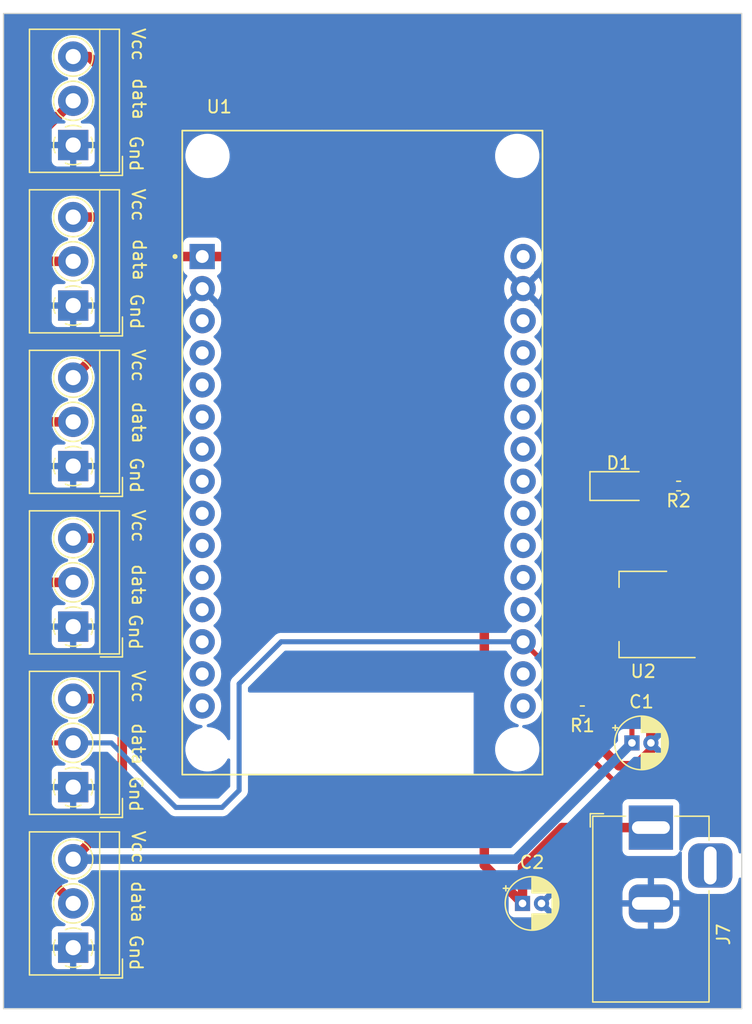
<source format=kicad_pcb>
(kicad_pcb (version 20221018) (generator pcbnew)
  (layers (0 "F.Cu" signal) (31 "B.Cu" signal) (34 "B.Paste" user) (35 "F.Paste" user) (36 "B.SilkS" user "B.Silkscreen") (37 "F.SilkS" user "F.Silkscreen") (38 "B.Mask" user) (39 "F.Mask" user) (44 "Edge.Cuts" user))
  (net 0 "")
  (net 1 "+3.3V")
  (net 2 "GNDREF")
  (net 3 "Net-(U2-VI)")
  (net 4 "Net-(D1-A)")
  (net 5 "Net-(J1-Pin_2)")
  (footprint "TerminalBlock_4Ucon:TerminalBlock_4Ucon_1x03_P3.50mm_Horizontal" (layer "F.Cu") (at 111.76 97.48 90)
    (fp_text reference "J4" hide)
    (fp_text value "Screw_Terminal_01x03" hide)
    (fp_line (start -2.4 2.16) (end -2.4 3.9) (stroke (width 0.12)) (layer "F.SilkS"))
    (fp_line (start -2.4 3.9) (end -0.9 3.9) (stroke (width 0.12)) (layer "F.SilkS"))
    (fp_line (start -2.16 -3.46) (end -2.16 3.66) (stroke (width 0.12)) (layer "F.SilkS"))
    (fp_line (start -2.16 -3.46) (end 9.16 -3.46) (stroke (width 0.12)) (layer "F.SilkS"))
    (fp_line (start -2.16 2.1) (end 9.16 2.1) (stroke (width 0.12)) (layer "F.SilkS"))
    (fp_line (start -2.16 3.66) (end 9.16 3.66) (stroke (width 0.12)) (layer "F.SilkS"))
    (fp_line (start 9.16 -3.46) (end 9.16 3.66) (stroke (width 0.12)) (layer "F.SilkS"))
    (fp_arc (start -1.432109 0.607742) (mid -1.555727 -0.00014) (end -1.432 -0.608) (stroke (width 0.12)) (layer "F.SilkS"))
    (fp_arc (start -0.607742 -1.432109) (mid 0.00014 -1.555727) (end 0.608 -1.432) (stroke (width 0.12)) (layer "F.SilkS"))
    (fp_arc (start 0.027011 1.555493) (mid -0.296984 1.527118) (end -0.608 1.432) (stroke (width 0.12)) (layer "F.SilkS"))
    (fp_arc (start 0.607587 1.431385) (mid 0.310017 1.523783) (end 0 1.555) (stroke (width 0.12)) (layer "F.SilkS"))
    (fp_arc (start 1.432109 -0.607742) (mid 1.555727 0.00014) (end 1.432 0.608) (stroke (width 0.12)) (layer "F.SilkS"))
    (fp_circle (center 3.5 0) (end 5.055 0) (stroke (width 0.12)) (fill none) (layer "F.SilkS"))
    (fp_circle (center 7 0) (end 8.555 0) (stroke (width 0.12)) (fill none) (layer "F.SilkS"))
    (pad "1" thru_hole rect (at 0 0 90) (size 2.4 2.4) (drill 1.2) (layers "*.Cu" "*.Mask") (net 2 "GNDREF"))
    (pad "2" thru_hole circle (at 3.5 0 90) (size 2.4 2.4) (drill 1.2) (layers "*.Cu" "*.Mask") (net 5 "Net-(J1-Pin_2)"))
    (pad "3" thru_hole circle (at 7 0 90) (size 2.4 2.4) (drill 1.2) (layers "*.Cu" "*.Mask") (net 1 "+3.3V"))
  )
  (footprint "Connector_BarrelJack:BarrelJack_Horizontal" (layer "F.Cu") (at 157.48 113.38 90)
    (fp_text reference "J7" (at -8.45 5.75 90) (layer "F.SilkS"))
    (fp_text value "Barrel_Jack_MountingPin")
    (fp_line (start -13.8 -4.6) (end 0.9 -4.6) (stroke (width 0.12)) (layer "F.SilkS"))
    (fp_line (start -13.8 4.6) (end -13.8 -4.6) (stroke (width 0.12)) (layer "F.SilkS"))
    (fp_line (start -5 4.6) (end -13.8 4.6) (stroke (width 0.12)) (layer "F.SilkS"))
    (fp_line (start 0.05 -4.8) (end 1.1 -4.8) (stroke (width 0.12)) (layer "F.SilkS"))
    (fp_line (start 0.9 -4.6) (end 0.9 -2) (stroke (width 0.12)) (layer "F.SilkS"))
    (fp_line (start 0.9 1.9) (end 0.9 4.6) (stroke (width 0.12)) (layer "F.SilkS"))
    (fp_line (start 0.9 4.6) (end -1 4.6) (stroke (width 0.12)) (layer "F.SilkS"))
    (fp_line (start 1.1 -3.75) (end 1.1 -4.8) (stroke (width 0.12)) (layer "F.SilkS"))
    (pad "1" thru_hole rect (at 0 0 90) (size 3.5 3.5) (drill oval 1 3) (layers "*.Cu" "*.Mask") (net 3 "Net-(U2-VI)"))
    (pad "2" thru_hole roundrect (at -6 0 90) (size 3 3.5) (drill oval 1 3) (layers "*.Cu" "*.Mask") (net 2 "GNDREF"))
    (pad "3" thru_hole roundrect (at -3 4.7 90) (size 3.5 3.5) (drill oval 3 1) (layers "*.Cu" "*.Mask"))
  )
  (footprint "Capacitor_THT:CP_Radial_D4.0mm_P1.50mm" (layer "F.Cu") (at 155.98 106.68)
    (fp_text reference "C1" (at 0.75 -3.25) (layer "F.SilkS"))
    (fp_text value "100u")
    (fp_line (start -1.519801 -1.195) (end -1.119801 -1.195) (stroke (width 0.12)) (layer "F.SilkS"))
    (fp_line (start -1.319801 -1.395) (end -1.319801 -0.995) (stroke (width 0.12)) (layer "F.SilkS"))
    (fp_line (start 0.75 -2.08) (end 0.75 -0.84) (stroke (width 0.12)) (layer "F.SilkS"))
    (fp_line (start 0.75 0.84) (end 0.75 2.08) (stroke (width 0.12)) (layer "F.SilkS"))
    (fp_line (start 0.79 -2.08) (end 0.79 -0.84) (stroke (width 0.12)) (layer "F.SilkS"))
    (fp_line (start 0.79 0.84) (end 0.79 2.08) (stroke (width 0.12)) (layer "F.SilkS"))
    (fp_line (start 0.83 -2.079) (end 0.83 -0.84) (stroke (width 0.12)) (layer "F.SilkS"))
    (fp_line (start 0.83 0.84) (end 0.83 2.079) (stroke (width 0.12)) (layer "F.SilkS"))
    (fp_line (start 0.87 -2.077) (end 0.87 -0.84) (stroke (width 0.12)) (layer "F.SilkS"))
    (fp_line (start 0.87 0.84) (end 0.87 2.077) (stroke (width 0.12)) (layer "F.SilkS"))
    (fp_line (start 0.91 -2.074) (end 0.91 -0.84) (stroke (width 0.12)) (layer "F.SilkS"))
    (fp_line (start 0.91 0.84) (end 0.91 2.074) (stroke (width 0.12)) (layer "F.SilkS"))
    (fp_line (start 0.95 -2.071) (end 0.95 -0.84) (stroke (width 0.12)) (layer "F.SilkS"))
    (fp_line (start 0.95 0.84) (end 0.95 2.071) (stroke (width 0.12)) (layer "F.SilkS"))
    (fp_line (start 0.99 -2.067) (end 0.99 -0.84) (stroke (width 0.12)) (layer "F.SilkS"))
    (fp_line (start 0.99 0.84) (end 0.99 2.067) (stroke (width 0.12)) (layer "F.SilkS"))
    (fp_line (start 1.03 -2.062) (end 1.03 -0.84) (stroke (width 0.12)) (layer "F.SilkS"))
    (fp_line (start 1.03 0.84) (end 1.03 2.062) (stroke (width 0.12)) (layer "F.SilkS"))
    (fp_line (start 1.07 -2.056) (end 1.07 -0.84) (stroke (width 0.12)) (layer "F.SilkS"))
    (fp_line (start 1.07 0.84) (end 1.07 2.056) (stroke (width 0.12)) (layer "F.SilkS"))
    (fp_line (start 1.11 -2.05) (end 1.11 -0.84) (stroke (width 0.12)) (layer "F.SilkS"))
    (fp_line (start 1.11 0.84) (end 1.11 2.05) (stroke (width 0.12)) (layer "F.SilkS"))
    (fp_line (start 1.15 -2.042) (end 1.15 -0.84) (stroke (width 0.12)) (layer "F.SilkS"))
    (fp_line (start 1.15 0.84) (end 1.15 2.042) (stroke (width 0.12)) (layer "F.SilkS"))
    (fp_line (start 1.19 -2.034) (end 1.19 -0.84) (stroke (width 0.12)) (layer "F.SilkS"))
    (fp_line (start 1.19 0.84) (end 1.19 2.034) (stroke (width 0.12)) (layer "F.SilkS"))
    (fp_line (start 1.23 -2.025) (end 1.23 -0.84) (stroke (width 0.12)) (layer "F.SilkS"))
    (fp_line (start 1.23 0.84) (end 1.23 2.025) (stroke (width 0.12)) (layer "F.SilkS"))
    (fp_line (start 1.27 -2.016) (end 1.27 -0.84) (stroke (width 0.12)) (layer "F.SilkS"))
    (fp_line (start 1.27 0.84) (end 1.27 2.016) (stroke (width 0.12)) (layer "F.SilkS"))
    (fp_line (start 1.31 -2.005) (end 1.31 -0.84) (stroke (width 0.12)) (layer "F.SilkS"))
    (fp_line (start 1.31 0.84) (end 1.31 2.005) (stroke (width 0.12)) (layer "F.SilkS"))
    (fp_line (start 1.35 -1.994) (end 1.35 -0.84) (stroke (width 0.12)) (layer "F.SilkS"))
    (fp_line (start 1.35 0.84) (end 1.35 1.994) (stroke (width 0.12)) (layer "F.SilkS"))
    (fp_line (start 1.39 -1.982) (end 1.39 -0.84) (stroke (width 0.12)) (layer "F.SilkS"))
    (fp_line (start 1.39 0.84) (end 1.39 1.982) (stroke (width 0.12)) (layer "F.SilkS"))
    (fp_line (start 1.43 -1.968) (end 1.43 -0.84) (stroke (width 0.12)) (layer "F.SilkS"))
    (fp_line (start 1.43 0.84) (end 1.43 1.968) (stroke (width 0.12)) (layer "F.SilkS"))
    (fp_line (start 1.471 -1.954) (end 1.471 -0.84) (stroke (width 0.12)) (layer "F.SilkS"))
    (fp_line (start 1.471 0.84) (end 1.471 1.954) (stroke (width 0.12)) (layer "F.SilkS"))
    (fp_line (start 1.511 -1.94) (end 1.511 -0.84) (stroke (width 0.12)) (layer "F.SilkS"))
    (fp_line (start 1.511 0.84) (end 1.511 1.94) (stroke (width 0.12)) (layer "F.SilkS"))
    (fp_line (start 1.551 -1.924) (end 1.551 -0.84) (stroke (width 0.12)) (layer "F.SilkS"))
    (fp_line (start 1.551 0.84) (end 1.551 1.924) (stroke (width 0.12)) (layer "F.SilkS"))
    (fp_line (start 1.591 -1.907) (end 1.591 -0.84) (stroke (width 0.12)) (layer "F.SilkS"))
    (fp_line (start 1.591 0.84) (end 1.591 1.907) (stroke (width 0.12)) (layer "F.SilkS"))
    (fp_line (start 1.631 -1.889) (end 1.631 -0.84) (stroke (width 0.12)) (layer "F.SilkS"))
    (fp_line (start 1.631 0.84) (end 1.631 1.889) (stroke (width 0.12)) (layer "F.SilkS"))
    (fp_line (start 1.671 -1.87) (end 1.671 -0.84) (stroke (width 0.12)) (layer "F.SilkS"))
    (fp_line (start 1.671 0.84) (end 1.671 1.87) (stroke (width 0.12)) (layer "F.SilkS"))
    (fp_line (start 1.711 -1.851) (end 1.711 -0.84) (stroke (width 0.12)) (layer "F.SilkS"))
    (fp_line (start 1.711 0.84) (end 1.711 1.851) (stroke (width 0.12)) (layer "F.SilkS"))
    (fp_line (start 1.751 -1.83) (end 1.751 -0.84) (stroke (width 0.12)) (layer "F.SilkS"))
    (fp_line (start 1.751 0.84) (end 1.751 1.83) (stroke (width 0.12)) (layer "F.SilkS"))
    (fp_line (start 1.791 -1.808) (end 1.791 -0.84) (stroke (width 0.12)) (layer "F.SilkS"))
    (fp_line (start 1.791 0.84) (end 1.791 1.808) (stroke (width 0.12)) (layer "F.SilkS"))
    (fp_line (start 1.831 -1.785) (end 1.831 -0.84) (stroke (width 0.12)) (layer "F.SilkS"))
    (fp_line (start 1.831 0.84) (end 1.831 1.785) (stroke (width 0.12)) (layer "F.SilkS"))
    (fp_line (start 1.871 -1.76) (end 1.871 -0.84) (stroke (width 0.12)) (layer "F.SilkS"))
    (fp_line (start 1.871 0.84) (end 1.871 1.76) (stroke (width 0.12)) (layer "F.SilkS"))
    (fp_line (start 1.911 -1.735) (end 1.911 -0.84) (stroke (width 0.12)) (layer "F.SilkS"))
    (fp_line (start 1.911 0.84) (end 1.911 1.735) (stroke (width 0.12)) (layer "F.SilkS"))
    (fp_line (start 1.951 -1.708) (end 1.951 -0.84) (stroke (width 0.12)) (layer "F.SilkS"))
    (fp_line (start 1.951 0.84) (end 1.951 1.708) (stroke (width 0.12)) (layer "F.SilkS"))
    (fp_line (start 1.991 -1.68) (end 1.991 -0.84) (stroke (width 0.12)) (layer "F.SilkS"))
    (fp_line (start 1.991 0.84) (end 1.991 1.68) (stroke (width 0.12)) (layer "F.SilkS"))
    (fp_line (start 2.031 -1.65) (end 2.031 -0.84) (stroke (width 0.12)) (layer "F.SilkS"))
    (fp_line (start 2.031 0.84) (end 2.031 1.65) (stroke (width 0.12)) (layer "F.SilkS"))
    (fp_line (start 2.071 -1.619) (end 2.071 -0.84) (stroke (width 0.12)) (layer "F.SilkS"))
    (fp_line (start 2.071 0.84) (end 2.071 1.619) (stroke (width 0.12)) (layer "F.SilkS"))
    (fp_line (start 2.111 -1.587) (end 2.111 -0.84) (stroke (width 0.12)) (layer "F.SilkS"))
    (fp_line (start 2.111 0.84) (end 2.111 1.587) (stroke (width 0.12)) (layer "F.SilkS"))
    (fp_line (start 2.151 -1.552) (end 2.151 -0.84) (stroke (width 0.12)) (layer "F.SilkS"))
    (fp_line (start 2.151 0.84) (end 2.151 1.552) (stroke (width 0.12)) (layer "F.SilkS"))
    (fp_line (start 2.191 -1.516) (end 2.191 -0.84) (stroke (width 0.12)) (layer "F.SilkS"))
    (fp_line (start 2.191 0.84) (end 2.191 1.516) (stroke (width 0.12)) (layer "F.SilkS"))
    (fp_line (start 2.231 -1.478) (end 2.231 -0.84) (stroke (width 0.12)) (layer "F.SilkS"))
    (fp_line (start 2.231 0.84) (end 2.231 1.478) (stroke (width 0.12)) (layer "F.SilkS"))
    (fp_line (start 2.271 -1.438) (end 2.271 -0.84) (stroke (width 0.12)) (layer "F.SilkS"))
    (fp_line (start 2.271 0.84) (end 2.271 1.438) (stroke (width 0.12)) (layer "F.SilkS"))
    (fp_line (start 2.311 -1.396) (end 2.311 -0.84) (stroke (width 0.12)) (layer "F.SilkS"))
    (fp_line (start 2.311 0.84) (end 2.311 1.396) (stroke (width 0.12)) (layer "F.SilkS"))
    (fp_line (start 2.351 -1.351) (end 2.351 1.351) (stroke (width 0.12)) (layer "F.SilkS"))
    (fp_line (start 2.391 -1.304) (end 2.391 1.304) (stroke (width 0.12)) (layer "F.SilkS"))
    (fp_line (start 2.431 -1.254) (end 2.431 1.254) (stroke (width 0.12)) (layer "F.SilkS"))
    (fp_line (start 2.471 -1.2) (end 2.471 1.2) (stroke (width 0.12)) (layer "F.SilkS"))
    (fp_line (start 2.511 -1.142) (end 2.511 1.142) (stroke (width 0.12)) (layer "F.SilkS"))
    (fp_line (start 2.551 -1.08) (end 2.551 1.08) (stroke (width 0.12)) (layer "F.SilkS"))
    (fp_line (start 2.591 -1.013) (end 2.591 1.013) (stroke (width 0.12)) (layer "F.SilkS"))
    (fp_line (start 2.631 -0.94) (end 2.631 0.94) (stroke (width 0.12)) (layer "F.SilkS"))
    (fp_line (start 2.671 -0.859) (end 2.671 0.859) (stroke (width 0.12)) (layer "F.SilkS"))
    (fp_line (start 2.711 -0.768) (end 2.711 0.768) (stroke (width 0.12)) (layer "F.SilkS"))
    (fp_line (start 2.751 -0.664) (end 2.751 0.664) (stroke (width 0.12)) (layer "F.SilkS"))
    (fp_line (start 2.791 -0.537) (end 2.791 0.537) (stroke (width 0.12)) (layer "F.SilkS"))
    (fp_line (start 2.831 -0.37) (end 2.831 0.37) (stroke (width 0.12)) (layer "F.SilkS"))
    (fp_circle (center 0.75 0) (end 2.87 0) (stroke (width 0.12)) (fill none) (layer "F.SilkS"))
    (pad "1" thru_hole rect (at 0 0) (size 1.2 1.2) (drill 0.6) (layers "*.Cu" "*.Mask") (net 1 "+3.3V"))
    (pad "2" thru_hole circle (at 1.5 0) (size 1.2 1.2) (drill 0.6) (layers "*.Cu" "*.Mask") (net 2 "GNDREF"))
  )
  (footprint "TerminalBlock_4Ucon:TerminalBlock_4Ucon_1x03_P3.50mm_Horizontal" (layer "F.Cu") (at 111.76 122.88 90)
    (fp_text reference "J6" hide)
    (fp_text value "Screw_Terminal_01x03" hide)
    (fp_line (start -2.4 2.16) (end -2.4 3.9) (stroke (width 0.12)) (layer "F.SilkS"))
    (fp_line (start -2.4 3.9) (end -0.9 3.9) (stroke (width 0.12)) (layer "F.SilkS"))
    (fp_line (start -2.16 -3.46) (end -2.16 3.66) (stroke (width 0.12)) (layer "F.SilkS"))
    (fp_line (start -2.16 -3.46) (end 9.16 -3.46) (stroke (width 0.12)) (layer "F.SilkS"))
    (fp_line (start -2.16 2.1) (end 9.16 2.1) (stroke (width 0.12)) (layer "F.SilkS"))
    (fp_line (start -2.16 3.66) (end 9.16 3.66) (stroke (width 0.12)) (layer "F.SilkS"))
    (fp_line (start 9.16 -3.46) (end 9.16 3.66) (stroke (width 0.12)) (layer "F.SilkS"))
    (fp_arc (start -1.432109 0.607742) (mid -1.555727 -0.00014) (end -1.432 -0.608) (stroke (width 0.12)) (layer "F.SilkS"))
    (fp_arc (start -0.607742 -1.432109) (mid 0.00014 -1.555727) (end 0.608 -1.432) (stroke (width 0.12)) (layer "F.SilkS"))
    (fp_arc (start 0.027011 1.555493) (mid -0.296984 1.527118) (end -0.608 1.432) (stroke (width 0.12)) (layer "F.SilkS"))
    (fp_arc (start 0.607587 1.431385) (mid 0.310017 1.523783) (end 0 1.555) (stroke (width 0.12)) (layer "F.SilkS"))
    (fp_arc (start 1.432109 -0.607742) (mid 1.555727 0.00014) (end 1.432 0.608) (stroke (width 0.12)) (layer "F.SilkS"))
    (fp_circle (center 3.5 0) (end 5.055 0) (stroke (width 0.12)) (fill none) (layer "F.SilkS"))
    (fp_circle (center 7 0) (end 8.555 0) (stroke (width 0.12)) (fill none) (layer "F.SilkS"))
    (pad "1" thru_hole rect (at 0 0 90) (size 2.4 2.4) (drill 1.2) (layers "*.Cu" "*.Mask") (net 2 "GNDREF"))
    (pad "2" thru_hole circle (at 3.5 0 90) (size 2.4 2.4) (drill 1.2) (layers "*.Cu" "*.Mask") (net 5 "Net-(J1-Pin_2)"))
    (pad "3" thru_hole circle (at 7 0 90) (size 2.4 2.4) (drill 1.2) (layers "*.Cu" "*.Mask") (net 1 "+3.3V"))
  )
  (footprint "Resistor_SMD:R_0402_1005Metric" (layer "F.Cu") (at 159.675 86.36 180)
    (fp_text reference "R2" (at 0 -1.17 180) (layer "F.SilkS"))
    (fp_text value "1k")
    (fp_line (start -0.153641 -0.38) (end 0.153641 -0.38) (stroke (width 0.12)) (layer "F.SilkS"))
    (fp_line (start -0.153641 0.38) (end 0.153641 0.38) (stroke (width 0.12)) (layer "F.SilkS"))
    (pad "1" smd roundrect (at -0.51 0 180) (size 0.54 0.64) (layers "F.Cu" "F.Paste" "F.Mask") (net 1 "+3.3V"))
    (pad "2" smd roundrect (at 0.51 0 180) (size 0.54 0.64) (layers "F.Cu" "F.Paste" "F.Mask") (net 4 "Net-(D1-A)"))
  )
  (footprint "Capacitor_THT:CP_Radial_D4.0mm_P1.50mm" (layer "F.Cu") (at 147.32 119.38)
    (fp_text reference "C2" (at 0.75 -3.25) (layer "F.SilkS"))
    (fp_text value "100u")
    (fp_line (start -1.519801 -1.195) (end -1.119801 -1.195) (stroke (width 0.12)) (layer "F.SilkS"))
    (fp_line (start -1.319801 -1.395) (end -1.319801 -0.995) (stroke (width 0.12)) (layer "F.SilkS"))
    (fp_line (start 0.75 -2.08) (end 0.75 -0.84) (stroke (width 0.12)) (layer "F.SilkS"))
    (fp_line (start 0.75 0.84) (end 0.75 2.08) (stroke (width 0.12)) (layer "F.SilkS"))
    (fp_line (start 0.79 -2.08) (end 0.79 -0.84) (stroke (width 0.12)) (layer "F.SilkS"))
    (fp_line (start 0.79 0.84) (end 0.79 2.08) (stroke (width 0.12)) (layer "F.SilkS"))
    (fp_line (start 0.83 -2.079) (end 0.83 -0.84) (stroke (width 0.12)) (layer "F.SilkS"))
    (fp_line (start 0.83 0.84) (end 0.83 2.079) (stroke (width 0.12)) (layer "F.SilkS"))
    (fp_line (start 0.87 -2.077) (end 0.87 -0.84) (stroke (width 0.12)) (layer "F.SilkS"))
    (fp_line (start 0.87 0.84) (end 0.87 2.077) (stroke (width 0.12)) (layer "F.SilkS"))
    (fp_line (start 0.91 -2.074) (end 0.91 -0.84) (stroke (width 0.12)) (layer "F.SilkS"))
    (fp_line (start 0.91 0.84) (end 0.91 2.074) (stroke (width 0.12)) (layer "F.SilkS"))
    (fp_line (start 0.95 -2.071) (end 0.95 -0.84) (stroke (width 0.12)) (layer "F.SilkS"))
    (fp_line (start 0.95 0.84) (end 0.95 2.071) (stroke (width 0.12)) (layer "F.SilkS"))
    (fp_line (start 0.99 -2.067) (end 0.99 -0.84) (stroke (width 0.12)) (layer "F.SilkS"))
    (fp_line (start 0.99 0.84) (end 0.99 2.067) (stroke (width 0.12)) (layer "F.SilkS"))
    (fp_line (start 1.03 -2.062) (end 1.03 -0.84) (stroke (width 0.12)) (layer "F.SilkS"))
    (fp_line (start 1.03 0.84) (end 1.03 2.062) (stroke (width 0.12)) (layer "F.SilkS"))
    (fp_line (start 1.07 -2.056) (end 1.07 -0.84) (stroke (width 0.12)) (layer "F.SilkS"))
    (fp_line (start 1.07 0.84) (end 1.07 2.056) (stroke (width 0.12)) (layer "F.SilkS"))
    (fp_line (start 1.11 -2.05) (end 1.11 -0.84) (stroke (width 0.12)) (layer "F.SilkS"))
    (fp_line (start 1.11 0.84) (end 1.11 2.05) (stroke (width 0.12)) (layer "F.SilkS"))
    (fp_line (start 1.15 -2.042) (end 1.15 -0.84) (stroke (width 0.12)) (layer "F.SilkS"))
    (fp_line (start 1.15 0.84) (end 1.15 2.042) (stroke (width 0.12)) (layer "F.SilkS"))
    (fp_line (start 1.19 -2.034) (end 1.19 -0.84) (stroke (width 0.12)) (layer "F.SilkS"))
    (fp_line (start 1.19 0.84) (end 1.19 2.034) (stroke (width 0.12)) (layer "F.SilkS"))
    (fp_line (start 1.23 -2.025) (end 1.23 -0.84) (stroke (width 0.12)) (layer "F.SilkS"))
    (fp_line (start 1.23 0.84) (end 1.23 2.025) (stroke (width 0.12)) (layer "F.SilkS"))
    (fp_line (start 1.27 -2.016) (end 1.27 -0.84) (stroke (width 0.12)) (layer "F.SilkS"))
    (fp_line (start 1.27 0.84) (end 1.27 2.016) (stroke (width 0.12)) (layer "F.SilkS"))
    (fp_line (start 1.31 -2.005) (end 1.31 -0.84) (stroke (width 0.12)) (layer "F.SilkS"))
    (fp_line (start 1.31 0.84) (end 1.31 2.005) (stroke (width 0.12)) (layer "F.SilkS"))
    (fp_line (start 1.35 -1.994) (end 1.35 -0.84) (stroke (width 0.12)) (layer "F.SilkS"))
    (fp_line (start 1.35 0.84) (end 1.35 1.994) (stroke (width 0.12)) (layer "F.SilkS"))
    (fp_line (start 1.39 -1.982) (end 1.39 -0.84) (stroke (width 0.12)) (layer "F.SilkS"))
    (fp_line (start 1.39 0.84) (end 1.39 1.982) (stroke (width 0.12)) (layer "F.SilkS"))
    (fp_line (start 1.43 -1.968) (end 1.43 -0.84) (stroke (width 0.12)) (layer "F.SilkS"))
    (fp_line (start 1.43 0.84) (end 1.43 1.968) (stroke (width 0.12)) (layer "F.SilkS"))
    (fp_line (start 1.471 -1.954) (end 1.471 -0.84) (stroke (width 0.12)) (layer "F.SilkS"))
    (fp_line (start 1.471 0.84) (end 1.471 1.954) (stroke (width 0.12)) (layer "F.SilkS"))
    (fp_line (start 1.511 -1.94) (end 1.511 -0.84) (stroke (width 0.12)) (layer "F.SilkS"))
    (fp_line (start 1.511 0.84) (end 1.511 1.94) (stroke (width 0.12)) (layer "F.SilkS"))
    (fp_line (start 1.551 -1.924) (end 1.551 -0.84) (stroke (width 0.12)) (layer "F.SilkS"))
    (fp_line (start 1.551 0.84) (end 1.551 1.924) (stroke (width 0.12)) (layer "F.SilkS"))
    (fp_line (start 1.591 -1.907) (end 1.591 -0.84) (stroke (width 0.12)) (layer "F.SilkS"))
    (fp_line (start 1.591 0.84) (end 1.591 1.907) (stroke (width 0.12)) (layer "F.SilkS"))
    (fp_line (start 1.631 -1.889) (end 1.631 -0.84) (stroke (width 0.12)) (layer "F.SilkS"))
    (fp_line (start 1.631 0.84) (end 1.631 1.889) (stroke (width 0.12)) (layer "F.SilkS"))
    (fp_line (start 1.671 -1.87) (end 1.671 -0.84) (stroke (width 0.12)) (layer "F.SilkS"))
    (fp_line (start 1.671 0.84) (end 1.671 1.87) (stroke (width 0.12)) (layer "F.SilkS"))
    (fp_line (start 1.711 -1.851) (end 1.711 -0.84) (stroke (width 0.12)) (layer "F.SilkS"))
    (fp_line (start 1.711 0.84) (end 1.711 1.851) (stroke (width 0.12)) (layer "F.SilkS"))
    (fp_line (start 1.751 -1.83) (end 1.751 -0.84) (stroke (width 0.12)) (layer "F.SilkS"))
    (fp_line (start 1.751 0.84) (end 1.751 1.83) (stroke (width 0.12)) (layer "F.SilkS"))
    (fp_line (start 1.791 -1.808) (end 1.791 -0.84) (stroke (width 0.12)) (layer "F.SilkS"))
    (fp_line (start 1.791 0.84) (end 1.791 1.808) (stroke (width 0.12)) (layer "F.SilkS"))
    (fp_line (start 1.831 -1.785) (end 1.831 -0.84) (stroke (width 0.12)) (layer "F.SilkS"))
    (fp_line (start 1.831 0.84) (end 1.831 1.785) (stroke (width 0.12)) (layer "F.SilkS"))
    (fp_line (start 1.871 -1.76) (end 1.871 -0.84) (stroke (width 0.12)) (layer "F.SilkS"))
    (fp_line (start 1.871 0.84) (end 1.871 1.76) (stroke (width 0.12)) (layer "F.SilkS"))
    (fp_line (start 1.911 -1.735) (end 1.911 -0.84) (stroke (width 0.12)) (layer "F.SilkS"))
    (fp_line (start 1.911 0.84) (end 1.911 1.735) (stroke (width 0.12)) (layer "F.SilkS"))
    (fp_line (start 1.951 -1.708) (end 1.951 -0.84) (stroke (width 0.12)) (layer "F.SilkS"))
    (fp_line (start 1.951 0.84) (end 1.951 1.708) (stroke (width 0.12)) (layer "F.SilkS"))
    (fp_line (start 1.991 -1.68) (end 1.991 -0.84) (stroke (width 0.12)) (layer "F.SilkS"))
    (fp_line (start 1.991 0.84) (end 1.991 1.68) (stroke (width 0.12)) (layer "F.SilkS"))
    (fp_line (start 2.031 -1.65) (end 2.031 -0.84) (stroke (width 0.12)) (layer "F.SilkS"))
    (fp_line (start 2.031 0.84) (end 2.031 1.65) (stroke (width 0.12)) (layer "F.SilkS"))
    (fp_line (start 2.071 -1.619) (end 2.071 -0.84) (stroke (width 0.12)) (layer "F.SilkS"))
    (fp_line (start 2.071 0.84) (end 2.071 1.619) (stroke (width 0.12)) (layer "F.SilkS"))
    (fp_line (start 2.111 -1.587) (end 2.111 -0.84) (stroke (width 0.12)) (layer "F.SilkS"))
    (fp_line (start 2.111 0.84) (end 2.111 1.587) (stroke (width 0.12)) (layer "F.SilkS"))
    (fp_line (start 2.151 -1.552) (end 2.151 -0.84) (stroke (width 0.12)) (layer "F.SilkS"))
    (fp_line (start 2.151 0.84) (end 2.151 1.552) (stroke (width 0.12)) (layer "F.SilkS"))
    (fp_line (start 2.191 -1.516) (end 2.191 -0.84) (stroke (width 0.12)) (layer "F.SilkS"))
    (fp_line (start 2.191 0.84) (end 2.191 1.516) (stroke (width 0.12)) (layer "F.SilkS"))
    (fp_line (start 2.231 -1.478) (end 2.231 -0.84) (stroke (width 0.12)) (layer "F.SilkS"))
    (fp_line (start 2.231 0.84) (end 2.231 1.478) (stroke (width 0.12)) (layer "F.SilkS"))
    (fp_line (start 2.271 -1.438) (end 2.271 -0.84) (stroke (width 0.12)) (layer "F.SilkS"))
    (fp_line (start 2.271 0.84) (end 2.271 1.438) (stroke (width 0.12)) (layer "F.SilkS"))
    (fp_line (start 2.311 -1.396) (end 2.311 -0.84) (stroke (width 0.12)) (layer "F.SilkS"))
    (fp_line (start 2.311 0.84) (end 2.311 1.396) (stroke (width 0.12)) (layer "F.SilkS"))
    (fp_line (start 2.351 -1.351) (end 2.351 1.351) (stroke (width 0.12)) (layer "F.SilkS"))
    (fp_line (start 2.391 -1.304) (end 2.391 1.304) (stroke (width 0.12)) (layer "F.SilkS"))
    (fp_line (start 2.431 -1.254) (end 2.431 1.254) (stroke (width 0.12)) (layer "F.SilkS"))
    (fp_line (start 2.471 -1.2) (end 2.471 1.2) (stroke (width 0.12)) (layer "F.SilkS"))
    (fp_line (start 2.511 -1.142) (end 2.511 1.142) (stroke (width 0.12)) (layer "F.SilkS"))
    (fp_line (start 2.551 -1.08) (end 2.551 1.08) (stroke (width 0.12)) (layer "F.SilkS"))
    (fp_line (start 2.591 -1.013) (end 2.591 1.013) (stroke (width 0.12)) (layer "F.SilkS"))
    (fp_line (start 2.631 -0.94) (end 2.631 0.94) (stroke (width 0.12)) (layer "F.SilkS"))
    (fp_line (start 2.671 -0.859) (end 2.671 0.859) (stroke (width 0.12)) (layer "F.SilkS"))
    (fp_line (start 2.711 -0.768) (end 2.711 0.768) (stroke (width 0.12)) (layer "F.SilkS"))
    (fp_line (start 2.751 -0.664) (end 2.751 0.664) (stroke (width 0.12)) (layer "F.SilkS"))
    (fp_line (start 2.791 -0.537) (end 2.791 0.537) (stroke (width 0.12)) (layer "F.SilkS"))
    (fp_line (start 2.831 -0.37) (end 2.831 0.37) (stroke (width 0.12)) (layer "F.SilkS"))
    (fp_circle (center 0.75 0) (end 2.87 0) (stroke (width 0.12)) (fill none) (layer "F.SilkS"))
    (pad "1" thru_hole rect (at 0 0) (size 1.2 1.2) (drill 0.6) (layers "*.Cu" "*.Mask") (net 3 "Net-(U2-VI)"))
    (pad "2" thru_hole circle (at 1.5 0) (size 1.2 1.2) (drill 0.6) (layers "*.Cu" "*.Mask") (net 2 "GNDREF"))
  )
  (footprint "TerminalBlock_4Ucon:TerminalBlock_4Ucon_1x03_P3.50mm_Horizontal" (layer "F.Cu") (at 111.76 110.18 90)
    (fp_text reference "J5" hide)
    (fp_text value "Screw_Terminal_01x03" hide)
    (fp_line (start -2.4 2.16) (end -2.4 3.9) (stroke (width 0.12)) (layer "F.SilkS"))
    (fp_line (start -2.4 3.9) (end -0.9 3.9) (stroke (width 0.12)) (layer "F.SilkS"))
    (fp_line (start -2.16 -3.46) (end -2.16 3.66) (stroke (width 0.12)) (layer "F.SilkS"))
    (fp_line (start -2.16 -3.46) (end 9.16 -3.46) (stroke (width 0.12)) (layer "F.SilkS"))
    (fp_line (start -2.16 2.1) (end 9.16 2.1) (stroke (width 0.12)) (layer "F.SilkS"))
    (fp_line (start -2.16 3.66) (end 9.16 3.66) (stroke (width 0.12)) (layer "F.SilkS"))
    (fp_line (start 9.16 -3.46) (end 9.16 3.66) (stroke (width 0.12)) (layer "F.SilkS"))
    (fp_arc (start -1.432109 0.607742) (mid -1.555727 -0.00014) (end -1.432 -0.608) (stroke (width 0.12)) (layer "F.SilkS"))
    (fp_arc (start -0.607742 -1.432109) (mid 0.00014 -1.555727) (end 0.608 -1.432) (stroke (width 0.12)) (layer "F.SilkS"))
    (fp_arc (start 0.027011 1.555493) (mid -0.296984 1.527118) (end -0.608 1.432) (stroke (width 0.12)) (layer "F.SilkS"))
    (fp_arc (start 0.607587 1.431385) (mid 0.310017 1.523783) (end 0 1.555) (stroke (width 0.12)) (layer "F.SilkS"))
    (fp_arc (start 1.432109 -0.607742) (mid 1.555727 0.00014) (end 1.432 0.608) (stroke (width 0.12)) (layer "F.SilkS"))
    (fp_circle (center 3.5 0) (end 5.055 0) (stroke (width 0.12)) (fill none) (layer "F.SilkS"))
    (fp_circle (center 7 0) (end 8.555 0) (stroke (width 0.12)) (fill none) (layer "F.SilkS"))
    (pad "1" thru_hole rect (at 0 0 90) (size 2.4 2.4) (drill 1.2) (layers "*.Cu" "*.Mask") (net 2 "GNDREF"))
    (pad "2" thru_hole circle (at 3.5 0 90) (size 2.4 2.4) (drill 1.2) (layers "*.Cu" "*.Mask") (net 5 "Net-(J1-Pin_2)"))
    (pad "3" thru_hole circle (at 7 0 90) (size 2.4 2.4) (drill 1.2) (layers "*.Cu" "*.Mask") (net 1 "+3.3V"))
  )
  (footprint "Package_TO_SOT_SMD:SOT-223-3_TabPin2" (layer "F.Cu") (at 156.87 96.52 180)
    (fp_text reference "U2" (at 0 -4.5) (layer "F.SilkS"))
    (fp_text value "AMS1117-3.3")
    (fp_line (start -4.1 -3.41) (end 1.91 -3.41) (stroke (width 0.12)) (layer "F.SilkS"))
    (fp_line (start -1.85 3.41) (end 1.91 3.41) (stroke (width 0.12)) (layer "F.SilkS"))
    (fp_line (start 1.91 -3.41) (end 1.91 -2.15) (stroke (width 0.12)) (layer "F.SilkS"))
    (fp_line (start 1.91 3.41) (end 1.91 2.15) (stroke (width 0.12)) (layer "F.SilkS"))
    (pad "1" smd rect (at -3.15 -2.3 180) (size 2 1.5) (layers "F.Cu" "F.Paste" "F.Mask") (net 2 "GNDREF"))
    (pad "2" smd rect (at -3.15 0 180) (size 2 1.5) (layers "F.Cu" "F.Paste" "F.Mask") (net 1 "+3.3V"))
    (pad "2" smd rect (at 3.15 0 180) (size 2 3.8) (layers "F.Cu" "F.Paste" "F.Mask") (net 1 "+3.3V"))
    (pad "3" smd rect (at -3.15 2.3 180) (size 2 1.5) (layers "F.Cu" "F.Paste" "F.Mask") (net 3 "Net-(U2-VI)"))
  )
  (footprint "TerminalBlock_4Ucon:TerminalBlock_4Ucon_1x03_P3.50mm_Horizontal" (layer "F.Cu") (at 111.76 84.78 90)
    (fp_text reference "J3" hide)
    (fp_text value "Screw_Terminal_01x03" hide)
    (fp_line (start -2.4 2.16) (end -2.4 3.9) (stroke (width 0.12)) (layer "F.SilkS"))
    (fp_line (start -2.4 3.9) (end -0.9 3.9) (stroke (width 0.12)) (layer "F.SilkS"))
    (fp_line (start -2.16 -3.46) (end -2.16 3.66) (stroke (width 0.12)) (layer "F.SilkS"))
    (fp_line (start -2.16 -3.46) (end 9.16 -3.46) (stroke (width 0.12)) (layer "F.SilkS"))
    (fp_line (start -2.16 2.1) (end 9.16 2.1) (stroke (width 0.12)) (layer "F.SilkS"))
    (fp_line (start -2.16 3.66) (end 9.16 3.66) (stroke (width 0.12)) (layer "F.SilkS"))
    (fp_line (start 9.16 -3.46) (end 9.16 3.66) (stroke (width 0.12)) (layer "F.SilkS"))
    (fp_arc (start -1.432109 0.607742) (mid -1.555727 -0.00014) (end -1.432 -0.608) (stroke (width 0.12)) (layer "F.SilkS"))
    (fp_arc (start -0.607742 -1.432109) (mid 0.00014 -1.555727) (end 0.608 -1.432) (stroke (width 0.12)) (layer "F.SilkS"))
    (fp_arc (start 0.027011 1.555493) (mid -0.296984 1.527118) (end -0.608 1.432) (stroke (width 0.12)) (layer "F.SilkS"))
    (fp_arc (start 0.607587 1.431385) (mid 0.310017 1.523783) (end 0 1.555) (stroke (width 0.12)) (layer "F.SilkS"))
    (fp_arc (start 1.432109 -0.607742) (mid 1.555727 0.00014) (end 1.432 0.608) (stroke (width 0.12)) (layer "F.SilkS"))
    (fp_circle (center 3.5 0) (end 5.055 0) (stroke (width 0.12)) (fill none) (layer "F.SilkS"))
    (fp_circle (center 7 0) (end 8.555 0) (stroke (width 0.12)) (fill none) (layer "F.SilkS"))
    (pad "1" thru_hole rect (at 0 0 90) (size 2.4 2.4) (drill 1.2) (layers "*.Cu" "*.Mask") (net 2 "GNDREF"))
    (pad "2" thru_hole circle (at 3.5 0 90) (size 2.4 2.4) (drill 1.2) (layers "*.Cu" "*.Mask") (net 5 "Net-(J1-Pin_2)"))
    (pad "3" thru_hole circle (at 7 0 90) (size 2.4 2.4) (drill 1.2) (layers "*.Cu" "*.Mask") (net 1 "+3.3V"))
  )
  (footprint "Resistor_SMD:R_0402_1005Metric" (layer "F.Cu") (at 152.055 104.14 180)
    (fp_text reference "R1" (at 0 -1.17 180) (layer "F.SilkS"))
    (fp_text value "4.7k")
    (fp_line (start -0.153641 -0.38) (end 0.153641 -0.38) (stroke (width 0.12)) (layer "F.SilkS"))
    (fp_line (start -0.153641 0.38) (end 0.153641 0.38) (stroke (width 0.12)) (layer "F.SilkS"))
    (pad "1" smd roundrect (at -0.51 0 180) (size 0.54 0.64) (layers "F.Cu" "F.Paste" "F.Mask") (net 1 "+3.3V"))
    (pad "2" smd roundrect (at 0.51 0 180) (size 0.54 0.64) (layers "F.Cu" "F.Paste" "F.Mask") (net 5 "Net-(J1-Pin_2)"))
  )
  (footprint "TerminalBlock_4Ucon:TerminalBlock_4Ucon_1x03_P3.50mm_Horizontal" (layer "F.Cu") (at 111.76 72.08 90)
    (fp_text reference "J2" hide)
    (fp_text value "Screw_Terminal_01x03" hide)
    (fp_line (start -2.4 2.16) (end -2.4 3.9) (stroke (width 0.12)) (layer "F.SilkS"))
    (fp_line (start -2.4 3.9) (end -0.9 3.9) (stroke (width 0.12)) (layer "F.SilkS"))
    (fp_line (start -2.16 -3.46) (end -2.16 3.66) (stroke (width 0.12)) (layer "F.SilkS"))
    (fp_line (start -2.16 -3.46) (end 9.16 -3.46) (stroke (width 0.12)) (layer "F.SilkS"))
    (fp_line (start -2.16 2.1) (end 9.16 2.1) (stroke (width 0.12)) (layer "F.SilkS"))
    (fp_line (start -2.16 3.66) (end 9.16 3.66) (stroke (width 0.12)) (layer "F.SilkS"))
    (fp_line (start 9.16 -3.46) (end 9.16 3.66) (stroke (width 0.12)) (layer "F.SilkS"))
    (fp_arc (start -1.432109 0.607742) (mid -1.555727 -0.00014) (end -1.432 -0.608) (stroke (width 0.12)) (layer "F.SilkS"))
    (fp_arc (start -0.607742 -1.432109) (mid 0.00014 -1.555727) (end 0.608 -1.432) (stroke (width 0.12)) (layer "F.SilkS"))
    (fp_arc (start 0.027011 1.555493) (mid -0.296984 1.527118) (end -0.608 1.432) (stroke (width 0.12)) (layer "F.SilkS"))
    (fp_arc (start 0.607587 1.431385) (mid 0.310017 1.523783) (end 0 1.555) (stroke (width 0.12)) (layer "F.SilkS"))
    (fp_arc (start 1.432109 -0.607742) (mid 1.555727 0.00014) (end 1.432 0.608) (stroke (width 0.12)) (layer "F.SilkS"))
    (fp_circle (center 3.5 0) (end 5.055 0) (stroke (width 0.12)) (fill none) (layer "F.SilkS"))
    (fp_circle (center 7 0) (end 8.555 0) (stroke (width 0.12)) (fill none) (layer "F.SilkS"))
    (pad "1" thru_hole rect (at 0 0 90) (size 2.4 2.4) (drill 1.2) (layers "*.Cu" "*.Mask") (net 2 "GNDREF"))
    (pad "2" thru_hole circle (at 3.5 0 90) (size 2.4 2.4) (drill 1.2) (layers "*.Cu" "*.Mask") (net 5 "Net-(J1-Pin_2)"))
    (pad "3" thru_hole circle (at 7 0 90) (size 2.4 2.4) (drill 1.2) (layers "*.Cu" "*.Mask") (net 1 "+3.3V"))
  )
  (footprint "ESP32-DEVKIT-V1:MODULE_ESP32_DEVKIT_V1" (layer "F.Cu") (at 134.6708 83.714)
    (fp_text reference "U1" (at -11.355 -27.36) (layer "F.SilkS"))
    (fp_text value "ESP32-DEVKIT-V1")
    (fp_line (start -14.28 -25.475) (end -3.211 -25.475) (stroke (width 0.127)) (layer "F.SilkS"))
    (fp_line (start -14.28 -25.475) (end 14.23 -25.475) (stroke (width 0.127)) (layer "F.SilkS"))
    (fp_line (start -14.28 25.475) (end -14.28 -25.475) (stroke (width 0.127)) (layer "F.SilkS"))
    (fp_line (start -14.28 25.475) (end -14.28 -25.475) (stroke (width 0.127)) (layer "F.SilkS"))
    (fp_line (start -14.28 25.475) (end -8.91 25.475) (stroke (width 0.127)) (layer "F.SilkS"))
    (fp_line (start -8.91 25.475) (end 8.78 25.475) (stroke (width 0.127)) (layer "F.SilkS"))
    (fp_line (start -3.211 -25.475) (end 3.5 -25.475) (stroke (width 0.127)) (layer "F.SilkS"))
    (fp_line (start 3.5 -25.475) (end 14.23 -25.475) (stroke (width 0.127)) (layer "F.SilkS"))
    (fp_line (start 8.78 25.475) (end 14.23 25.475) (stroke (width 0.127)) (layer "F.SilkS"))
    (fp_line (start 14.23 -25.475) (end 14.23 25.475) (stroke (width 0.127)) (layer "F.SilkS"))
    (fp_line (start 14.23 -25.475) (end 14.23 25.475) (stroke (width 0.127)) (layer "F.SilkS"))
    (fp_line (start 14.23 25.475) (end -14.28 25.475) (stroke (width 0.127)) (layer "F.SilkS"))
    (fp_circle (center -14.85 -15.515) (end -14.75 -15.515) (stroke (width 0.2)) (fill none) (layer "F.SilkS"))
    (pad "" np_thru_hole circle (at -12.28 -23.475) (size 3 3) (drill 3) (layers "*.Cu" "*.Mask"))
    (pad "" np_thru_hole circle (at -12.28 23.475) (size 3 3) (drill 3) (layers "*.Cu" "*.Mask"))
    (pad "" np_thru_hole circle (at 12.23 -23.475) (size 3 3) (drill 3) (layers "*.Cu" "*.Mask"))
    (pad "" np_thru_hole circle (at 12.23 23.475) (size 3 3) (drill 3) (layers "*.Cu" "*.Mask"))
    (pad "1" thru_hole rect (at -12.7 -15.515) (size 2 2) (drill 1.02) (layers "*.Cu" "*.Mask") (net 1 "+3.3V"))
    (pad "2" thru_hole circle (at -12.7 -12.975) (size 2 2) (drill 1.02) (layers "*.Cu" "*.Mask") (net 2 "GNDREF"))
    (pad "3" thru_hole circle (at -12.7 -10.435) (size 2 2) (drill 1.02) (layers "*.Cu" "*.Mask"))
    (pad "4" thru_hole circle (at -12.7 -7.895) (size 2 2) (drill 1.02) (layers "*.Cu" "*.Mask"))
    (pad "5" thru_hole circle (at -12.7 -5.355) (size 2 2) (drill 1.02) (layers "*.Cu" "*.Mask"))
    (pad "6" thru_hole circle (at -12.7 -2.815) (size 2 2) (drill 1.02) (layers "*.Cu" "*.Mask"))
    (pad "7" thru_hole circle (at -12.7 -0.275) (size 2 2) (drill 1.02) (layers "*.Cu" "*.Mask"))
    (pad "8" thru_hole circle (at -12.7 2.265) (size 2 2) (drill 1.02) (layers "*.Cu" "*.Mask"))
    (pad "9" thru_hole circle (at -12.7 4.805) (size 2 2) (drill 1.02) (layers "*.Cu" "*.Mask"))
    (pad "10" thru_hole circle (at -12.7 7.345) (size 2 2) (drill 1.02) (layers "*.Cu" "*.Mask"))
    (pad "11" thru_hole circle (at -12.7 9.885) (size 2 2) (drill 1.02) (layers "*.Cu" "*.Mask"))
    (pad "12" thru_hole circle (at -12.7 12.425) (size 2 2) (drill 1.02) (layers "*.Cu" "*.Mask"))
    (pad "13" thru_hole circle (at -12.7 14.965) (size 2 2) (drill 1.02) (layers "*.Cu" "*.Mask"))
    (pad "14" thru_hole circle (at -12.7 17.505) (size 2 2) (drill 1.02) (layers "*.Cu" "*.Mask"))
    (pad "15" thru_hole circle (at -12.7 20.045) (size 2 2) (drill 1.02) (layers "*.Cu" "*.Mask"))
    (pad "16" thru_hole circle (at 12.7 20.045) (size 2 2) (drill 1.02) (layers "*.Cu" "*.Mask"))
    (pad "17" thru_hole circle (at 12.7 17.505) (size 2 2) (drill 1.02) (layers "*.Cu" "*.Mask"))
    (pad "18" thru_hole circle (at 12.7 14.965) (size 2 2) (drill 1.02) (layers "*.Cu" "*.Mask") (net 5 "Net-(J1-Pin_2)"))
    (pad "19" thru_hole circle (at 12.7 12.425) (size 2 2) (drill 1.02) (layers "*.Cu" "*.Mask"))
    (pad "20" thru_hole circle (at 12.7 9.885) (size 2 2) (drill 1.02) (layers "*.Cu" "*.Mask"))
    (pad "21" thru_hole circle (at 12.7 7.345) (size 2 2) (drill 1.02) (layers "*.Cu" "*.Mask"))
    (pad "22" thru_hole circle (at 12.7 4.805) (size 2 2) (drill 1.02) (layers "*.Cu" "*.Mask"))
    (pad "23" thru_hole circle (at 12.7 2.265) (size 2 2) (drill 1.02) (layers "*.Cu" "*.Mask"))
    (pad "24" thru_hole circle (at 12.7 -0.275) (size 2 2) (drill 1.02) (layers "*.Cu" "*.Mask"))
    (pad "25" thru_hole circle (at 12.7 -2.815) (size 2 2) (drill 1.02) (layers "*.Cu" "*.Mask"))
    (pad "26" thru_hole circle (at 12.7 -5.355) (size 2 2) (drill 1.02) (layers "*.Cu" "*.Mask"))
    (pad "27" thru_hole circle (at 12.7 -7.895) (size 2 2) (drill 1.02) (layers "*.Cu" "*.Mask"))
    (pad "28" thru_hole circle (at 12.7 -10.435) (size 2 2) (drill 1.02) (layers "*.Cu" "*.Mask"))
    (pad "29" thru_hole circle (at 12.7 -12.975) (size 2 2) (drill 1.02) (layers "*.Cu" "*.Mask") (net 2 "GNDREF"))
    (pad "30" thru_hole circle (at 12.7 -15.515) (size 2 2) (drill 1.02) (layers "*.Cu" "*.Mask"))
    (zone (net 0) (net_name "") (layer "B.Cu") (connect_pads (clearance 0)) (min_thickness 0.01)
      (keepout (tracks not_allowed) (vias not_allowed) (pads not_allowed) (copperpour not_allowed) (footprints allowed))
      (fill (thermal_gap 0.508) (thermal_bridge_width 0.508))
      (polygon (pts (xy 125.7608 102.699) (xy 143.4508 102.699) (xy 143.4508 109.189) (xy 125.7608 109.189)))
    )
  )
  (footprint "TerminalBlock_4Ucon:TerminalBlock_4Ucon_1x03_P3.50mm_Horizontal" (layer "F.Cu") (at 111.76 59.38 90)
    (fp_text reference "J1" hide)
    (fp_text value "Screw_Terminal_01x03" hide)
    (fp_line (start -2.4 2.16) (end -2.4 3.9) (stroke (width 0.12)) (layer "F.SilkS"))
    (fp_line (start -2.4 3.9) (end -0.9 3.9) (stroke (width 0.12)) (layer "F.SilkS"))
    (fp_line (start -2.16 -3.46) (end -2.16 3.66) (stroke (width 0.12)) (layer "F.SilkS"))
    (fp_line (start -2.16 -3.46) (end 9.16 -3.46) (stroke (width 0.12)) (layer "F.SilkS"))
    (fp_line (start -2.16 2.1) (end 9.16 2.1) (stroke (width 0.12)) (layer "F.SilkS"))
    (fp_line (start -2.16 3.66) (end 9.16 3.66) (stroke (width 0.12)) (layer "F.SilkS"))
    (fp_line (start 9.16 -3.46) (end 9.16 3.66) (stroke (width 0.12)) (layer "F.SilkS"))
    (fp_arc (start -1.432109 0.607742) (mid -1.555727 -0.00014) (end -1.432 -0.608) (stroke (width 0.12)) (layer "F.SilkS"))
    (fp_arc (start -0.607742 -1.432109) (mid 0.00014 -1.555727) (end 0.608 -1.432) (stroke (width 0.12)) (layer "F.SilkS"))
    (fp_arc (start 0.027011 1.555493) (mid -0.296984 1.527118) (end -0.608 1.432) (stroke (width 0.12)) (layer "F.SilkS"))
    (fp_arc (start 0.607587 1.431385) (mid 0.310017 1.523783) (end 0 1.555) (stroke (width 0.12)) (layer "F.SilkS"))
    (fp_arc (start 1.432109 -0.607742) (mid 1.555727 0.00014) (end 1.432 0.608) (stroke (width 0.12)) (layer "F.SilkS"))
    (fp_circle (center 3.5 0) (end 5.055 0) (stroke (width 0.12)) (fill none) (layer "F.SilkS"))
    (fp_circle (center 7 0) (end 8.555 0) (stroke (width 0.12)) (fill none) (layer "F.SilkS"))
    (pad "1" thru_hole rect (at 0 0 90) (size 2.4 2.4) (drill 1.2) (layers "*.Cu" "*.Mask") (net 2 "GNDREF"))
    (pad "2" thru_hole circle (at 3.5 0 90) (size 2.4 2.4) (drill 1.2) (layers "*.Cu" "*.Mask") (net 5 "Net-(J1-Pin_2)"))
    (pad "3" thru_hole circle (at 7 0 90) (size 2.4 2.4) (drill 1.2) (layers "*.Cu" "*.Mask") (net 1 "+3.3V"))
  )
  (footprint "LED_SMD:LED_1206_3216Metric" (layer "F.Cu") (at 154.94 86.36)
    (fp_text reference "D1" (at 0 -1.82) (layer "F.SilkS"))
    (fp_text value "LED")
    (fp_line (start -2.285 -1.135) (end -2.285 1.135) (stroke (width 0.12)) (layer "F.SilkS"))
    (fp_line (start -2.285 1.135) (end 1.6 1.135) (stroke (width 0.12)) (layer "F.SilkS"))
    (fp_line (start 1.6 -1.135) (end -2.285 -1.135) (stroke (width 0.12)) (layer "F.SilkS"))
    (pad "1" smd roundrect (at -1.4 0) (size 1.25 1.75) (layers "F.Cu" "F.Paste" "F.Mask") (roundrect_rratio 0.2) (net 2 "GNDREF"))
    (pad "2" smd roundrect (at 1.4 0) (size 1.25 1.75) (layers "F.Cu" "F.Paste" "F.Mask") (roundrect_rratio 0.2) (net 4 "Net-(D1-A)"))
  )
  (gr_rect (start 106.2482 48.9712) (end 164.6682 127.7112) (stroke (width 0.1)) (fill none) (layer "Edge.Cuts"))
  (gr_text "data" (at 116.2812 117.5258 -90) (layer "F.SilkS") (effects (font (size 1 1)) (justify left bottom)))
  (gr_text "data" (at 116.332 92.456 -90) (layer "F.SilkS") (effects (font (size 1 1)) (justify left bottom)))
  (gr_text "Gnd" (at 116.1542 58.547 -90) (layer "F.SilkS") (effects (font (size 1 1)) (justify left bottom)))
  (gr_text "data" (at 116.4082 66.7258 -90) (layer "F.SilkS") (effects (font (size 1 1)) (justify left bottom)))
  (gr_text "Gnd" (at 116.1542 121.7676 -90) (layer "F.SilkS") (effects (font (size 1 1)) (justify left bottom)))
  (gr_text "Gnd" (at 116.205 71.0438 -90) (layer "F.SilkS") (effects (font (size 1 1)) (justify left bottom)))
  (gr_text "Vcc" (at 116.332 100.838 -90) (layer "F.SilkS") (effects (font (size 1 1)) (justify left bottom)))
  (gr_text "Vcc" (at 116.332 62.738 -90) (layer "F.SilkS") (effects (font (size 1 1)) (justify left bottom)))
  (gr_text "Vcc" (at 116.332 50.038 -90) (layer "F.SilkS") (effects (font (size 1 1)) (justify left bottom)))
  (gr_text "data" (at 116.3828 54.0004 -90) (layer "F.SilkS") (effects (font (size 1 1)) (justify left bottom)))
  (gr_text "Vcc" (at 116.332 75.438 -90) (layer "F.SilkS") (effects (font (size 1 1)) (justify left bottom)))
  (gr_text "data" (at 116.332 105.029 -90) (layer "F.SilkS") (effects (font (size 1 1)) (justify left bottom)))
  (gr_text "Gnd" (at 116.1796 83.9978 -90) (layer "F.SilkS") (effects (font (size 1 1)) (justify left bottom)))
  (gr_text "Gnd" (at 116.1034 96.393 -90) (layer "F.SilkS") (effects (font (size 1 1)) (justify left bottom)))
  (gr_text "Vcc" (at 116.332 113.538 -90) (layer "F.SilkS") (effects (font (size 1 1)) (justify left bottom)))
  (gr_text "Vcc" (at 116.332 88.138 -90) (layer "F.SilkS") (effects (font (size 1 1)) (justify left bottom)))
  (gr_text "data" (at 116.3574 79.6036 -90) (layer "F.SilkS") (effects (font (size 1 1)) (justify left bottom)))
  (gr_text "Gnd" (at 116.1288 109.22 -90) (layer "F.SilkS") (effects (font (size 1 1)) (justify left bottom)))
  (segment (start 140.9192 62.8142) (end 141.224 62.5094) (width 0.75) (layer "F.Cu") (net 1))
  (segment (start 152.375 107.5186) (end 152.375 104.14) (width 0.4) (layer "F.Cu") (net 1))
  (segment (start 153.8478 81.026) (end 159.8422 81.026) (width 0.75) (layer "F.Cu") (net 1))
  (segment (start 116.4844 65.278) (end 116.4844 55.8546) (width 0.75) (layer "F.Cu") (net 1))
  (segment (start 116.2864 65.08) (end 116.4844 65.278) (width 0.75) (layer "F.Cu") (net 1))
  (segment (start 162.0012 106.807) (end 158.877 109.9312) (width 0.4) (layer "F.Cu") (net 1))
  (segment (start 111.76 65.08) (end 116.2864 65.08) (width 0.75) (layer "F.Cu") (net 1))
  (segment (start 152.1206 79.0194) (end 153.8478 80.7466) (width 0.75) (layer "F.Cu") (net 1))
  (segment (start 164.1094 93.4306) (end 161.02 96.52) (width 0.75) (layer "F.Cu") (net 1))
  (segment (start 115.3238 90.48) (end 115.6488 90.805) (width 0.75) (layer "F.Cu") (net 1))
  (segment (start 111.76 103.18) (end 115.5928 103.18) (width 0.75) (layer "F.Cu") (net 1))
  (segment (start 115.6488 103.124) (end 115.6488 111.9912) (width 0.75) (layer "F.Cu") (net 1))
  (segment (start 135.5344 68.199) (end 140.9192 62.8142) (width 0.75) (layer "F.Cu") (net 1))
  (segment (start 161.02 96.52) (end 162.0012 97.5012) (width 0.4) (layer "F.Cu") (net 1))
  (segment (start 153.8478 80.7466) (end 153.8478 81.026) (width 0.75) (layer "F.Cu") (net 1))
  (segment (start 153.72 99.872) (end 155.98 102.132) (width 0.4) (layer "F.Cu") (net 1))
  (segment (start 155.7528 90.8304) (end 158.496 90.8304) (width 0.4) (layer "F.Cu") (net 1))
  (segment (start 121.9708 68.199) (end 119.4054 68.199) (width 0.75) (layer "F.Cu") (net 1))
  (segment (start 115.6488 111.9912) (end 111.76 115.88) (width 0.75) (layer "F.Cu") (net 1))
  (segment (start 162.0012 97.5012) (end 162.0012 106.807) (width 0.4) (layer "F.Cu") (net 1))
  (segment (start 115.5928 103.18) (end 115.6488 103.124) (width 0.75) (layer "F.Cu") (net 1))
  (segment (start 115.6488 73.8912) (end 115.6488 90.805) (width 0.75) (layer "F.Cu") (net 1))
  (segment (start 119.4054 68.199) (end 119.4054 70.1346) (width 0.75) (layer "F.Cu") (net 1))
  (segment (start 164.1094 85.2932) (end 164.1094 93.4306) (width 0.75) (layer "F.Cu") (net 1))
  (segment (start 141.224 62.5094) (end 148.1582 62.5094) (width 0.75) (layer "F.Cu") (net 1))
  (segment (start 148.5138 62.5094) (end 152.3746 66.3702) (width 0.75) (layer "F.Cu") (net 1))
  (segment (start 154.7876 109.9312) (end 152.375 107.5186) (width 0.4) (layer "F.Cu") (net 1))
  (segment (start 119.4054 68.199) (end 116.4844 65.278) (width 0.75) (layer "F.Cu") (net 1))
  (segment (start 115.6488 90.805) (end 115.6488 103.124) (width 0.75) (layer "F.Cu") (net 1))
  (segment (start 115.6488 73.8912) (end 111.76 77.78) (width 0.75) (layer "F.Cu") (net 1))
  (segment (start 153.72 96.52) (end 153.72 92.8632) (width 0.4) (layer "F.Cu") (net 1))
  (segment (start 153.72 92.8632) (end 155.7528 90.8304) (width 0.4) (layer "F.Cu") (net 1))
  (segment (start 153.72 96.52) (end 153.72 99.872) (width 0.4) (layer "F.Cu") (net 1))
  (segment (start 116.4844 55.8546) (end 113.0098 52.38) (width 0.75) (layer "F.Cu") (net 1))
  (segment (start 113.0098 52.38) (end 111.76 52.38) (width 0.75) (layer "F.Cu") (net 1))
  (segment (start 119.4054 70.1346) (end 115.6488 73.8912) (width 0.75) (layer "F.Cu") (net 1))
  (segment (start 121.9708 68.199) (end 135.5344 68.199) (width 0.75) (layer "F.Cu") (net 1))
  (segment (start 152.3746 78.7654) (end 152.1206 79.0194) (width 0.75) (layer "F.Cu") (net 1))
  (segment (start 111.76 90.48) (end 115.3238 90.48) (width 0.75) (layer "F.Cu") (net 1))
  (segment (start 148.1582 62.5094) (end 148.5138 62.5094) (width 0.75) (layer "F.Cu") (net 1))
  (segment (start 152.3746 66.3702) (end 152.3746 78.7654) (width 0.75) (layer "F.Cu") (net 1))
  (segment (start 155.98 102.132) (end 155.98 106.68) (width 0.4) (layer "F.Cu") (net 1))
  (segment (start 158.496 90.8304) (end 159.995 89.3314) (width 0.4) (layer "F.Cu") (net 1))
  (segment (start 159.8422 81.026) (end 164.1094 85.2932) (width 0.75) (layer "F.Cu") (net 1))
  (segment (start 161.02 96.52) (end 160.02 96.52) (width 0.75) (layer "F.Cu") (net 1))
  (segment (start 159.995 89.3314) (end 159.995 86.36) (width 0.4) (layer "F.Cu") (net 1))
  (segment (start 158.877 109.9312) (end 154.7876 109.9312) (width 0.4) (layer "F.Cu") (net 1))
  (segment (start 111.76 115.88) (end 146.78 115.88) (width 0.75) (layer "B.Cu") (net 1))
  (segment (start 146.78 115.88) (end 155.98 106.68) (width 0.75) (layer "B.Cu") (net 1))
  (segment (start 154.94 108.4834) (end 153.5176 107.061) (width 0.75) (layer "F.Cu") (net 2))
  (segment (start 153.5176 107.061) (end 153.5176 101.4222) (width 0.75) (layer "F.Cu") (net 2))
  (segment (start 151.2316 99.1362) (end 151.2316 88.6684) (width 0.75) (layer "F.Cu") (net 2))
  (segment (start 157.48 106.68) (end 157.48 103.7844) (width 0.75) (layer "F.Cu") (net 2))
  (segment (start 153.5176 101.4222) (end 151.2316 99.1362) (width 0.75) (layer "F.Cu") (net 2))
  (segment (start 160.02 101.2444) (end 160.02 98.82) (width 0.75) (layer "F.Cu") (net 2))
  (segment (start 157.48 103.7844) (end 160.02 101.2444) (width 0.75) (layer "F.Cu") (net 2))
  (segment (start 156.2766 108.4834) (end 154.94 108.4834) (width 0.75) (layer "F.Cu") (net 2))
  (segment (start 157.48 106.68) (end 157.48 107.28) (width 0.75) (layer "F.Cu") (net 2))
  (segment (start 157.48 107.28) (end 156.2766 108.4834) (width 0.75) (layer "F.Cu") (net 2))
  (segment (start 151.2316 88.6684) (end 153.54 86.36) (width 0.75) (layer "F.Cu") (net 2))
  (segment (start 147.32 119.38) (end 147.32 116.5098) (width 0.75) (layer "F.Cu") (net 3))
  (segment (start 147.32 116.5098) (end 150.4498 113.38) (width 0.75) (layer "F.Cu") (net 3))
  (segment (start 160.02 94.22) (end 160.02 91.5416) (width 0.75) (layer "F.Cu") (net 3))
  (segment (start 162.7124 86.7156) (end 158.9024 82.9056) (width 0.75) (layer "F.Cu") (net 3))
  (segment (start 147.2438 64.389) (end 144.3228 64.389) (width 0.75) (layer "F.Cu") (net 3))
  (segment (start 158.9024 82.9056) (end 153.2128 82.9056) (width 0.75) (layer "F.Cu") (net 3))
  (segment (start 150.4498 113.38) (end 157.48 113.38) (width 0.75) (layer "F.Cu") (net 3))
  (segment (start 153.2128 82.9056) (end 153.162 82.9564) (width 0.75) (layer "F.Cu") (net 3))
  (segment (start 160.02 91.5416) (end 162.7124 88.8492) (width 0.75) (layer "F.Cu") (net 3))
  (segment (start 150.5966 80.391) (end 150.5966 67.7418) (width 0.75) (layer "F.Cu") (net 3))
  (segment (start 144.3228 64.389) (end 142.2654 66.4464) (width 0.75) (layer "F.Cu") (net 3))
  (segment (start 153.162 82.9564) (end 150.5966 80.391) (width 0.75) (layer "F.Cu") (net 3))
  (segment (start 142.2654 70.5866) (end 144.2974 72.6186) (width 0.75) (layer "F.Cu") (net 3))
  (segment (start 144.2974 72.6186) (end 144.2974 116.3574) (width 0.75) (layer "F.Cu") (net 3))
  (segment (start 144.2974 116.3574) (end 147.32 119.38) (width 0.75) (layer "F.Cu") (net 3))
  (segment (start 142.2654 66.4464) (end 142.2654 70.5866) (width 0.75) (layer "F.Cu") (net 3))
  (segment (start 150.5966 67.7418) (end 147.2438 64.389) (width 0.75) (layer "F.Cu") (net 3))
  (segment (start 162.7124 88.8492) (end 162.7124 86.7156) (width 0.75) (layer "F.Cu") (net 3))
  (segment (start 159.355 86.36) (end 156.34 86.36) (width 0.4) (layer "F.Cu") (net 4))
  (segment (start 111.76 119.38) (end 108.331 115.951) (width 0.75) (layer "F.Cu") (net 5))
  (segment (start 108.331 115.951) (end 108.331 106.807) (width 0.75) (layer "F.Cu") (net 5))
  (segment (start 111.76 93.98) (end 108.331 93.98) (width 0.75) (layer "F.Cu") (net 5))
  (segment (start 108.331 106.807) (end 108.331 93.98) (width 0.75) (layer "F.Cu") (net 5))
  (segment (start 151.735 104.14) (end 151.735 103.0432) (width 0.4) (layer "F.Cu") (net 5))
  (segment (start 151.735 103.0432) (end 147.3708 98.679) (width 0.4) (layer "F.Cu") (net 5))
  (segment (start 108.4834 81.28) (end 108.331 81.1276) (width 0.75) (layer "F.Cu") (net 5))
  (segment (start 108.331 93.98) (end 108.331 81.1276) (width 0.75) (layer "F.Cu") (net 5))
  (segment (start 108.458 106.68) (end 108.331 106.807) (width 0.4) (layer "F.Cu") (net 5))
  (segment (start 108.331 68.6816) (end 108.331 59.309) (width 0.75) (layer "F.Cu") (net 5))
  (segment (start 111.76 81.28) (end 108.4834 81.28) (width 0.75) (layer "F.Cu") (net 5))
  (segment (start 108.4326 68.58) (end 108.331 68.6816) (width 0.75) (layer "F.Cu") (net 5))
  (segment (start 108.331 81.1276) (end 108.331 68.6816) (width 0.75) (layer "F.Cu") (net 5))
  (segment (start 111.76 106.68) (end 108.458 106.68) (width 0.4) (layer "F.Cu") (net 5))
  (segment (start 108.331 59.309) (end 111.76 55.88) (width 0.75) (layer "F.Cu") (net 5))
  (segment (start 111.76 68.58) (end 108.4326 68.58) (width 0.75) (layer "F.Cu") (net 5))
  (segment (start 123.5456 111.7854) (end 119.888 111.7854) (width 0.4) (layer "B.Cu") (net 5))
  (segment (start 124.8918 102.0064) (end 124.8918 110.4392) (width 0.4) (layer "B.Cu") (net 5))
  (segment (start 119.888 111.7854) (end 114.7826 106.68) (width 0.4) (layer "B.Cu") (net 5))
  (segment (start 124.8918 110.4392) (end 123.5456 111.7854) (width 0.4) (layer "B.Cu") (net 5))
  (segment (start 114.7826 106.68) (end 111.76 106.68) (width 0.4) (layer "B.Cu") (net 5))
  (segment (start 128.2192 98.679) (end 124.8918 102.0064) (width 0.4) (layer "B.Cu") (net 5))
  (segment (start 147.3708 98.679) (end 128.2192 98.679) (width 0.4) (layer "B.Cu") (net 5))
  (zone (net 2) (net_name "GNDREF") (layer "B.Cu") (connect_pads (clearance 0.5)) (min_thickness 0.25) (fill yes (thermal_gap 0.5) (thermal_bridge_width 0.5))
    (polygon (pts (xy 105.9688 47.9044) (xy 165.227 48.0314) (xy 165.481 127.9906) (xy 106.0196 127.9144)))
  )
)
</source>
